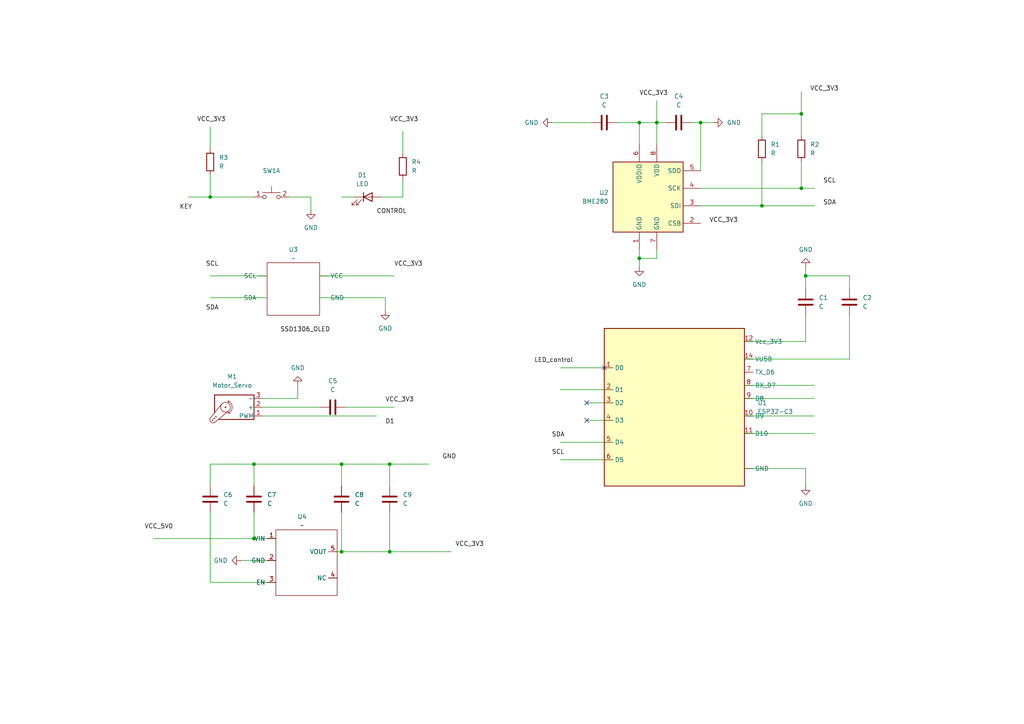
<source format=kicad_sch>
(kicad_sch (version 20231120) (generator "eeschema") (generator_version "8.0")
  (paper "A4")
  (lib_symbols
    (symbol "Device:3V3_battery"
      (property "Reference" "U" (at 0 0 0))
      (symbol "3V3_battery_0_1"
        (rectangle (start -8.89 -8.89) (end 8.89 10.16))
      )
      (symbol "3V3_battery_1_1"
        (pin output line (at -8.89 7.62 180) (length 2.54) (name "VIN") (number "1"))
        (pin output line (at -8.89 1.27 180) (length 2.54) (name "GND") (number "2"))
        (pin output line (at -8.89 -5.08 180) (length 2.54) (name "EN") (number "3"))
        (pin output line (at 8.89 -3.81 180) (length 2.54) (name "NC") (number "4"))
        (pin output line (at 8.89 3.81 180) (length 2.54) (name "VOUT") (number "5"))
      )
    )
    (symbol "Device:C" (pin_numbers hide) (pin_names (offset 0.254))
      (property "Reference" "C" (at 0.635 2.54 0))
      (property "Value" "C" (at 0.635 -2.54 0))
      (symbol "C_0_1"
        (polyline (pts (xy -2.032 -0.762) (xy 2.032 -0.762)) (stroke (width 0.508)))
        (polyline (pts (xy -2.032 0.762) (xy 2.032 0.762)) (stroke (width 0.508)))
      )
      (symbol "C_1_1"
        (pin passive line (at 0 3.81 270) (length 2.794) (name "~") (number "1"))
        (pin passive line (at 0 -3.81 90) (length 2.794) (name "~") (number "2"))
      )
    )
    (symbol "Device:LED" (pin_numbers hide) (pin_names (offset 1.016) hide)
      (property "Reference" "D" (at 0 2.54 0))
      (property "Value" "LED" (at 0 -2.54 0))
      (symbol "LED_0_1"
        (polyline (pts (xy -1.27 -1.27) (xy -1.27 1.27)) (stroke (width 0.254)))
        (polyline (pts (xy -1.27 0) (xy 1.27 0)))
        (polyline (pts (xy 1.27 -1.27) (xy 1.27 1.27) (xy -1.27 0) (xy 1.27 -1.27)) (stroke (width 0.254)))
        (polyline (pts (xy -3.048 -0.762) (xy -4.572 -2.286) (xy -3.81 -2.286) (xy -4.572 -2.286) (xy -4.572 -1.524)))
        (polyline (pts (xy -1.778 -0.762) (xy -3.302 -2.286) (xy -2.54 -2.286) (xy -3.302 -2.286) (xy -3.302 -1.524)))
      )
      (symbol "LED_1_1"
        (pin passive line (at -3.81 0 0) (length 2.54) (name "K") (number "1"))
        (pin passive line (at 3.81 0 180) (length 2.54) (name "A") (number "2"))
      )
    )
    (symbol "Device:R" (pin_numbers hide) (pin_names (offset 0))
      (property "Reference" "R" (at 2.032 0 90))
      (property "Value" "R" (at 0 0 90))
      (symbol "R_0_1"
        (rectangle (start -1.016 -2.54) (end 1.016 2.54) (stroke (width 0.254)))
      )
      (symbol "R_1_1"
        (pin passive line (at 0 3.81 270) (length 1.27) (name "~") (number "1"))
        (pin passive line (at 0 -3.81 90) (length 1.27) (name "~") (number "2"))
      )
    )
    (symbol "Driver_Display:SSD1306"
      (property "Reference" "U" (at 0 0 0))
      (symbol "SSD1306_0_1"
        (rectangle (start -7.62 7.62) (end 7.62 -7.62))
      )
      (symbol "SSD1306_1_1"
        (pin output line (at 7.62 -2.54 0) (length 2.54) (name "GND") (number ""))
        (pin output line (at -7.62 3.81 180) (length 2.54) (name "SCL") (number ""))
        (pin output line (at -7.62 -2.54 180) (length 2.54) (name "SDA") (number ""))
        (pin input line (at 7.62 3.81 0) (length 2.54) (name "VCC") (number ""))
      )
    )
    (symbol "MCU_Espressif:ESP32-C3"
      (property "Reference" "U" (at -17.272 23.876 0))
      (property "Value" "ESP32-C3" (at 16.256 23.876 0))
      (symbol "ESP32-C3_1_1"
        (rectangle (start -20.32 21.59) (end 20.32 -24.13) (stroke (width 0.254)) (fill (type background)))
        (pin output line (at 20.32 -19.05 0) (length 2.54) (name "GND") (number ""))
        (pin input line (at -20.32 10.16 0) (length 2.54) (name "D0") (number "1"))
        (pin input line (at 20.32 -3.81 0) (length 2.54) (name "D9") (number "10"))
        (pin input line (at 20.32 -8.89 0) (length 2.54) (name "D10") (number "11"))
        (pin input line (at 20.32 17.78 0) (length 2.54) (name "Vcc_3V3") (number "12"))
        (pin input line (at 20.32 12.7 0) (length 2.54) (name "VU5B") (number "14"))
        (pin input line (at -20.32 3.81 0) (length 2.54) (name "D1") (number "2"))
        (pin input line (at -20.32 0 0) (length 2.54) (name "D2") (number "3"))
        (pin input line (at -20.32 -5.08 0) (length 2.54) (name "D3") (number "4"))
        (pin input line (at -20.32 -11.43 0) (length 2.54) (name "D4") (number "5"))
        (pin input line (at -20.32 -16.51 0) (length 2.54) (name "D5") (number "6"))
        (pin input line (at 20.32 8.89 0) (length 2.54) (name "TX_D6") (number "7"))
        (pin input line (at 20.32 5.08 0) (length 2.54) (name "RX_D7") (number "8"))
        (pin input line (at 20.32 1.27 0) (length 2.54) (name "D8") (number "9"))
      )
    )
    (symbol "Motor:Motor_Servo" (pin_names (offset 0.0254))
      (property "Reference" "M" (at -5.08 4.445 0))
      (property "Value" "Motor_Servo" (at -5.08 -4.064 0))
      (symbol "Motor_Servo_0_1"
        (polyline (pts (xy 2.413 -1.778) (xy 2.032 -1.778)))
        (polyline (pts (xy 2.413 -1.778) (xy 2.286 -1.397)))
        (polyline (pts (xy 2.413 1.778) (xy 1.905 1.778)))
        (polyline (pts (xy 2.413 1.778) (xy 2.286 1.397)))
        (polyline (pts (xy 6.35 4.445) (xy 2.54 1.27)))
        (polyline (pts (xy 7.62 3.175) (xy 4.191 -1.016)))
        (polyline (pts (xy 5.08 3.556) (xy -5.08 3.556) (xy -5.08 -3.556) (xy 6.35 -3.556) (xy 6.35 1.524)) (stroke (width 0.254)))
        (arc (start 2.413 1.778) (mid 1.2406 0) (end 2.413 -1.778))
        (circle (center 3.175 0) (radius 0.1778))
        (circle (center 3.175 0) (radius 1.4224))
        (circle (center 5.969 2.794) (radius 0.127))
        (circle (center 6.477 3.302) (radius 0.127))
        (circle (center 6.985 3.81) (radius 0.127))
        (arc (start 7.62 3.175) (mid 7.4485 4.2735) (end 6.35 4.445))
      )
      (symbol "Motor_Servo_1_1"
        (pin passive line (at -7.62 2.54 0) (length 2.54) (name "PWM") (number "1"))
        (pin passive line (at -7.62 0 0) (length 2.54) (name "+") (number "2"))
        (pin passive line (at -7.62 -2.54 0) (length 2.54) (name "-") (number "3"))
      )
    )
    (symbol "Sensor:BME280"
      (property "Reference" "U" (at -8.89 11.43 0))
      (property "Value" "BME280" (at 7.62 11.43 0))
      (symbol "BME280_0_1"
        (rectangle (start -10.16 10.16) (end 10.16 -10.16) (stroke (width 0.254)) (fill (type background)))
      )
      (symbol "BME280_1_1"
        (pin power_in line (at -2.54 -15.24 90) (length 5.08) (name "GND") (number "1"))
        (pin input line (at 15.24 -7.62 180) (length 5.08) (name "CSB") (number "2"))
        (pin bidirectional line (at 15.24 -2.54 180) (length 5.08) (name "SDI") (number "3"))
        (pin input line (at 15.24 2.54 180) (length 5.08) (name "SCK") (number "4"))
        (pin bidirectional line (at 15.24 7.62 180) (length 5.08) (name "SDO") (number "5"))
        (pin power_in line (at -2.54 15.24 270) (length 5.08) (name "VDDIO") (number "6"))
        (pin power_in line (at 2.54 -15.24 90) (length 5.08) (name "GND") (number "7"))
        (pin power_in line (at 2.54 15.24 270) (length 5.08) (name "VDD") (number "8"))
      )
    )
    (symbol "Switch:SW_Push_Dual_x2" (pin_names (offset 1.016) hide)
      (property "Reference" "SW" (at 1.27 2.54 0))
      (property "Value" "SW_Push_Dual_x2" (at 0 -1.524 0))
      (symbol "SW_Push_Dual_x2_0_1"
        (circle (center -2.032 0) (radius 0.508))
        (polyline (pts (xy 0 1.27) (xy 0 3.048)))
        (polyline (pts (xy 2.54 1.27) (xy -2.54 1.27)))
        (circle (center 2.032 0) (radius 0.508))
      )
      (symbol "SW_Push_Dual_x2_1_1"
        (pin passive line (at -5.08 0 0) (length 2.54) (name "C") (number "1"))
        (pin passive line (at 5.08 0 180) (length 2.54) (name "D") (number "2"))
      )
      (symbol "SW_Push_Dual_x2_2_1"
        (pin passive line (at -5.08 0 0) (length 2.54) (name "C") (number "3"))
        (pin passive line (at 5.08 0 180) (length 2.54) (name "D") (number "4"))
      )
    )
    (symbol "power:GND" (power) (pin_numbers hide) (pin_names (offset 0) hide)
      (property "Value" "GND" (at 0 -3.81 0))
      (symbol "GND_0_1"
        (polyline (pts (xy 0 0) (xy 0 -1.27) (xy 1.27 -1.27) (xy 0 -2.54) (xy -1.27 -1.27) (xy 0 -1.27)))
      )
      (symbol "GND_1_1"
        (pin power_in line (at 0 0 270) (length 0) (name "~") (number "1"))
      )
    )
  )
  (junction (at 73.66 156.21))
  (junction (at 232.41 54.61))
  (junction (at 220.98 59.69))
  (junction (at 73.66 134.62))
  (junction (at 190.5 35.56))
  (junction (at 60.96 57.15))
  (junction (at 113.03 160.02))
  (junction (at 185.42 74.93))
  (junction (at 99.06 134.62))
  (junction (at 232.41 33.02))
  (junction (at 99.06 160.02))
  (junction (at 203.2 35.56))
  (junction (at 185.42 35.56))
  (junction (at 113.03 134.62))
  (junction (at 233.68 80.01))
  (no_connect (at 170.18 121.92))
  (no_connect (at 175.26 106.68))
  (no_connect (at 170.18 116.84))
  (wire (pts (xy 60.96 36.83) (xy 60.96 43.18)))
  (wire (pts (xy 113.03 160.02) (xy 130.81 160.02)))
  (wire (pts (xy 233.68 91.44) (xy 233.68 99.06)))
  (wire (pts (xy 220.98 46.99) (xy 220.98 59.69)))
  (wire (pts (xy 232.41 33.02) (xy 232.41 39.37)))
  (wire (pts (xy 190.5 35.56) (xy 190.5 41.91)))
  (wire (pts (xy 220.98 59.69) (xy 236.22 59.69)))
  (wire (pts (xy 233.68 77.47) (xy 233.68 80.01)))
  (wire (pts (xy 90.17 57.15) (xy 90.17 60.96)))
  (wire (pts (xy 215.9 135.89) (xy 233.68 135.89)))
  (wire (pts (xy 73.66 134.62) (xy 99.06 134.62)))
  (wire (pts (xy 116.84 57.15) (xy 116.84 52.07)))
  (wire (pts (xy 190.5 35.56) (xy 193.04 35.56)))
  (wire (pts (xy 92.71 80.01) (xy 114.3 80.01)))
  (wire (pts (xy 76.2 118.11) (xy 92.71 118.11)))
  (wire (pts (xy 44.45 156.21) (xy 73.66 156.21)))
  (wire (pts (xy 160.02 35.56) (xy 171.45 35.56)))
  (wire (pts (xy 232.41 54.61) (xy 236.22 54.61)))
  (wire (pts (xy 203.2 49.53) (xy 203.2 35.56)))
  (wire (pts (xy 99.06 134.62) (xy 113.03 134.62)))
  (wire (pts (xy 97.79 160.02) (xy 99.06 160.02)))
  (wire (pts (xy 185.42 72.39) (xy 185.42 74.93)))
  (wire (pts (xy 170.18 116.84) (xy 175.26 116.84)))
  (wire (pts (xy 110.49 57.15) (xy 116.84 57.15)))
  (wire (pts (xy 162.56 128.27) (xy 175.26 128.27)))
  (wire (pts (xy 162.56 113.03) (xy 175.26 113.03)))
  (wire (pts (xy 190.5 72.39) (xy 190.5 74.93)))
  (wire (pts (xy 233.68 80.01) (xy 233.68 83.82)))
  (wire (pts (xy 92.71 86.36) (xy 111.76 86.36)))
  (wire (pts (xy 179.07 35.56) (xy 185.42 35.56)))
  (wire (pts (xy 190.5 74.93) (xy 185.42 74.93)))
  (wire (pts (xy 116.84 38.1) (xy 116.84 44.45)))
  (wire (pts (xy 185.42 35.56) (xy 190.5 35.56)))
  (wire (pts (xy 60.96 57.15) (xy 73.66 57.15)))
  (wire (pts (xy 246.38 83.82) (xy 246.38 80.01)))
  (wire (pts (xy 99.06 148.59) (xy 99.06 160.02)))
  (wire (pts (xy 73.66 134.62) (xy 73.66 140.97)))
  (wire (pts (xy 60.96 148.59) (xy 60.96 168.91)))
  (wire (pts (xy 113.03 134.62) (xy 124.46 134.62)))
  (wire (pts (xy 215.9 120.65) (xy 236.22 120.65)))
  (wire (pts (xy 190.5 29.21) (xy 190.5 35.56)))
  (wire (pts (xy 80.01 168.91) (xy 60.96 168.91)))
  (wire (pts (xy 162.56 133.35) (xy 175.26 133.35)))
  (wire (pts (xy 60.96 134.62) (xy 73.66 134.62)))
  (wire (pts (xy 162.56 106.68) (xy 175.26 106.68)))
  (wire (pts (xy 215.9 104.14) (xy 246.38 104.14)))
  (wire (pts (xy 100.33 118.11) (xy 114.3 118.11)))
  (wire (pts (xy 203.2 54.61) (xy 232.41 54.61)))
  (wire (pts (xy 232.41 46.99) (xy 232.41 54.61)))
  (wire (pts (xy 99.06 57.15) (xy 102.87 57.15)))
  (wire (pts (xy 246.38 80.01) (xy 233.68 80.01)))
  (wire (pts (xy 111.76 86.36) (xy 111.76 90.17)))
  (wire (pts (xy 200.66 35.56) (xy 203.2 35.56)))
  (wire (pts (xy 60.96 140.97) (xy 60.96 134.62)))
  (wire (pts (xy 76.2 115.57) (xy 86.36 115.57)))
  (wire (pts (xy 233.68 99.06) (xy 215.9 99.06)))
  (wire (pts (xy 232.41 26.67) (xy 232.41 33.02)))
  (wire (pts (xy 203.2 59.69) (xy 220.98 59.69)))
  (wire (pts (xy 170.18 121.92) (xy 175.26 121.92)))
  (wire (pts (xy 233.68 135.89) (xy 233.68 140.97)))
  (wire (pts (xy 203.2 35.56) (xy 207.01 35.56)))
  (wire (pts (xy 69.85 162.56) (xy 80.01 162.56)))
  (wire (pts (xy 113.03 148.59) (xy 113.03 160.02)))
  (wire (pts (xy 73.66 148.59) (xy 73.66 156.21)))
  (wire (pts (xy 113.03 134.62) (xy 113.03 140.97)))
  (wire (pts (xy 185.42 74.93) (xy 185.42 77.47)))
  (wire (pts (xy 215.9 115.57) (xy 236.22 115.57)))
  (wire (pts (xy 220.98 33.02) (xy 232.41 33.02)))
  (wire (pts (xy 60.96 80.01) (xy 77.47 80.01)))
  (wire (pts (xy 60.96 86.36) (xy 77.47 86.36)))
  (wire (pts (xy 60.96 50.8) (xy 60.96 57.15)))
  (wire (pts (xy 220.98 39.37) (xy 220.98 33.02)))
  (wire (pts (xy 99.06 160.02) (xy 113.03 160.02)))
  (wire (pts (xy 246.38 91.44) (xy 246.38 104.14)))
  (wire (pts (xy 73.66 156.21) (xy 80.01 156.21)))
  (wire (pts (xy 215.9 125.73) (xy 236.22 125.73)))
  (wire (pts (xy 76.2 120.65) (xy 109.22 120.65)))
  (wire (pts (xy 86.36 115.57) (xy 86.36 111.76)))
  (wire (pts (xy 83.82 57.15) (xy 90.17 57.15)))
  (wire (pts (xy 185.42 35.56) (xy 185.42 41.91)))
  (wire (pts (xy 54.61 57.15) (xy 60.96 57.15)))
  (wire (pts (xy 99.06 134.62) (xy 99.06 140.97)))
  (wire (pts (xy 215.9 111.76) (xy 236.22 111.76)))
  (label "KEY" (at 52.07 60.96 0))
  (label "VCC_3V3" (at 132.08 158.75 0))
  (label "SCL" (at 160.02 132.08 0))
  (label "VCC_5V0" (at 41.91 153.67 0))
  (label "VCC_3V3" (at 234.95 26.67 0))
  (label "VCC_3V3" (at 185.42 27.94 0))
  (label "GND" (at 128.27 133.35 0))
  (label "VCC_3V3" (at 114.3 77.47 0))
  (label "LED_control" (at 154.94 105.41 0))
  (label "D1" (at 111.76 123.19 0))
  (label "SDA" (at 238.76 59.69 0))
  (label "VCC_3V3" (at 113.03 35.56 0))
  (label "CONTROL" (at 109.22 62.23 0))
  (label "SDA" (at 59.69 90.17 0))
  (label "SSD1306_OLED" (at 81.28 96.52 0))
  (label "VCC_3V3" (at 205.74 64.77 0))
  (label "SDA" (at 160.02 127 0))
  (label "VCC_3V3" (at 57.15 35.56 0))
  (label "VCC_3V3" (at 111.76 116.84 0))
  (label "SCL" (at 59.69 77.47 0))
  (label "SCL" (at 238.76 53.34 0))
  (symbol (lib_id "Switch:SW_Push_Dual_x2") (at 78.74 57.15 0) (unit 1)
    (property "Reference" "SW1" (at 78.74 49.53 0))
    (property "Value" "SW_Push_Dual_x2" (effects (hide yes)))
    (property "Description" "Push button switch, generic, separate symbols, four pins" (effects (hide yes)))
  )
  (symbol (lib_id "power:GND") (at 233.68 140.97 0) (unit 1)
    (property "Reference" "#PWR01" (effects (hide yes)))
    (property "Value" "GND" (at 233.68 146.05 0))
    (property "Description" "Power symbol creates a global label with name \"GND\" , ground" (effects (hide yes)))
  )
  (symbol (lib_id "power:GND") (at 207.01 35.56 90) (unit 1)
    (property "Reference" "#PWR05" (effects (hide yes)))
    (property "Value" "GND" (at 210.82 35.5599 90) (effects (justify right)))
    (property "Description" "Power symbol creates a global label with name \"GND\" , ground" (effects (hide yes)))
  )
  (symbol (lib_id "power:GND") (at 233.68 77.47 180) (unit 1)
    (property "Reference" "#PWR02" (effects (hide yes)))
    (property "Value" "GND" (at 233.68 72.39 0))
    (property "Description" "Power symbol creates a global label with name \"GND\" , ground" (effects (hide yes)))
  )
  (symbol (lib_id "Sensor:BME280") (at 187.96 57.15 0) (unit 1)
    (property "Reference" "U2" (at 176.53 55.8799 0) (effects (justify right)))
    (property "Value" "BME280" (at 176.53 58.4199 0) (effects (justify right)))
    (property "Footprint" "Package_LGA:Bosch_LGA-8_2.5x2.5mm_P0.65mm_ClockwisePinNumbering" (effects (hide yes)))
    (property "Datasheet" "https://www.bosch-sensortec.com/media/boschsensortec/downloads/datasheets/bst-bme280-ds002.pdf" (effects (hide yes)))
    (property "Description" "3-in-1 sensor, humidity, pressure, temperature, I2C and SPI interface, 1.71-3.6V, LGA-8" (effects (hide yes)))
  )
  (symbol (lib_id "Device:C") (at 99.06 144.78 0) (unit 1)
    (property "Reference" "C8" (at 102.87 143.5099 0) (effects (justify left)))
    (property "Value" "C" (at 102.87 146.0499 0) (effects (justify left)))
    (property "Description" "Unpolarized capacitor" (effects (hide yes)))
  )
  (symbol (lib_id "Device:LED") (at 106.68 57.15 0) (unit 1)
    (property "Reference" "D1" (at 105.0925 50.8 0))
    (property "Value" "LED" (at 105.0925 53.34 0))
    (property "Description" "Light emitting diode" (effects (hide yes)))
  )
  (symbol (lib_id "Device:C") (at 73.66 144.78 0) (unit 1)
    (property "Reference" "C7" (at 77.47 143.5099 0) (effects (justify left)))
    (property "Value" "C" (at 77.47 146.0499 0) (effects (justify left)))
    (property "Description" "Unpolarized capacitor" (effects (hide yes)))
  )
  (symbol (lib_id "Device:R") (at 60.96 46.99 0) (unit 1)
    (property "Reference" "R3" (at 63.5 45.7199 0) (effects (justify left)))
    (property "Value" "R" (at 63.5 48.2599 0) (effects (justify left)))
    (property "Description" "Resistor" (effects (hide yes)))
  )
  (symbol (lib_id "MCU_Espressif:ESP32-C3") (at 195.58 116.84 0) (unit 1)
    (property "Reference" "U1" (at 219.71 116.8399 0) (effects (justify left)))
    (property "Value" "ESP32-C3" (at 219.71 119.3799 0) (effects (justify left)))
  )
  (symbol (lib_id "Device:3V3_battery") (at 88.9 163.83 0) (unit 1)
    (property "Reference" "U4" (at 87.63 149.86 0))
    (property "Value" "~" (at 87.63 152.4 0))
  )
  (symbol (lib_id "Device:C") (at 96.52 118.11 90) (unit 1)
    (property "Reference" "C5" (at 96.52 110.49 90))
    (property "Value" "C" (at 96.52 113.03 90))
    (property "Description" "Unpolarized capacitor" (effects (hide yes)))
  )
  (symbol (lib_id "power:GND") (at 185.42 77.47 0) (unit 1)
    (property "Reference" "#PWR03" (effects (hide yes)))
    (property "Value" "GND" (at 185.42 82.55 0))
    (property "Description" "Power symbol creates a global label with name \"GND\" , ground" (effects (hide yes)))
  )
  (symbol (lib_id "Device:C") (at 113.03 144.78 0) (unit 1)
    (property "Reference" "C9" (at 116.84 143.5099 0) (effects (justify left)))
    (property "Value" "C" (at 116.84 146.0499 0) (effects (justify left)))
    (property "Description" "Unpolarized capacitor" (effects (hide yes)))
  )
  (symbol (lib_id "Driver_Display:SSD1306") (at 85.09 83.82 0) (unit 1)
    (property "Reference" "U3" (at 85.09 72.39 0))
    (property "Value" "~" (at 85.09 74.93 0))
  )
  (symbol (lib_id "Device:R") (at 116.84 48.26 0) (unit 1)
    (property "Reference" "R4" (at 119.38 46.9899 0) (effects (justify left)))
    (property "Value" "R" (at 119.38 49.5299 0) (effects (justify left)))
    (property "Description" "Resistor" (effects (hide yes)))
  )
  (symbol (lib_id "Device:C") (at 246.38 87.63 0) (unit 1)
    (property "Reference" "C2" (at 250.19 86.3599 0) (effects (justify left)))
    (property "Value" "C" (at 250.19 88.8999 0) (effects (justify left)))
    (property "Description" "Unpolarized capacitor" (effects (hide yes)))
  )
  (symbol (lib_id "Device:C") (at 175.26 35.56 90) (unit 1)
    (property "Reference" "C3" (at 175.26 27.94 90))
    (property "Value" "C" (at 175.26 30.48 90))
    (property "Description" "Unpolarized capacitor" (effects (hide yes)))
  )
  (symbol (lib_id "power:GND") (at 69.85 162.56 270) (unit 1)
    (property "Reference" "#PWR09" (effects (hide yes)))
    (property "Value" "GND" (at 66.04 162.5599 90) (effects (justify right)))
    (property "Description" "Power symbol creates a global label with name \"GND\" , ground" (effects (hide yes)))
  )
  (symbol (lib_id "Device:C") (at 196.85 35.56 90) (unit 1)
    (property "Reference" "C4" (at 196.85 27.94 90))
    (property "Value" "C" (at 196.85 30.48 90))
    (property "Description" "Unpolarized capacitor" (effects (hide yes)))
  )
  (symbol (lib_id "Device:R") (at 220.98 43.18 0) (unit 1)
    (property "Reference" "R1" (at 223.52 41.9099 0) (effects (justify left)))
    (property "Value" "R" (at 223.52 44.4499 0) (effects (justify left)))
    (property "Description" "Resistor" (effects (hide yes)))
  )
  (symbol (lib_id "Motor:Motor_Servo") (at 68.58 118.11 180) (unit 1)
    (property "Reference" "M1" (at 67.3211 109.22 0))
    (property "Value" "Motor_Servo" (at 67.3211 111.76 0))
    (property "Datasheet" "http://forums.parallax.com/uploads/attachments/46831/74481.png" (effects (hide yes)))
    (property "Description" "Servo Motor (Futaba, HiTec, JR connector)" (effects (hide yes)))
  )
  (symbol (lib_id "power:GND") (at 86.36 111.76 180) (unit 1)
    (property "Reference" "#PWR08" (effects (hide yes)))
    (property "Value" "GND" (at 86.36 106.68 0))
    (property "Description" "Power symbol creates a global label with name \"GND\" , ground" (effects (hide yes)))
  )
  (symbol (lib_id "Device:C") (at 233.68 87.63 0) (unit 1)
    (property "Reference" "C1" (at 237.49 86.3599 0) (effects (justify left)))
    (property "Value" "C" (at 237.49 88.8999 0) (effects (justify left)))
    (property "Description" "Unpolarized capacitor" (effects (hide yes)))
  )
  (symbol (lib_id "power:GND") (at 90.17 60.96 0) (unit 1)
    (property "Reference" "#PWR06" (effects (hide yes)))
    (property "Value" "GND" (at 90.17 66.04 0))
    (property "Description" "Power symbol creates a global label with name \"GND\" , ground" (effects (hide yes)))
  )
  (symbol (lib_id "Device:C") (at 60.96 144.78 0) (unit 1)
    (property "Reference" "C6" (at 64.77 143.5099 0) (effects (justify left)))
    (property "Value" "C" (at 64.77 146.0499 0) (effects (justify left)))
    (property "Description" "Unpolarized capacitor" (effects (hide yes)))
  )
  (symbol (lib_id "Device:R") (at 232.41 43.18 0) (unit 1)
    (property "Reference" "R2" (at 234.95 41.9099 0) (effects (justify left)))
    (property "Value" "R" (at 234.95 44.4499 0) (effects (justify left)))
    (property "Description" "Resistor" (effects (hide yes)))
  )
  (symbol (lib_id "power:GND") (at 111.76 90.17 0) (unit 1)
    (property "Reference" "#PWR07" (effects (hide yes)))
    (property "Value" "GND" (at 111.76 95.25 0))
    (property "Description" "Power symbol creates a global label with name \"GND\" , ground" (effects (hide yes)))
  )
  (symbol (lib_id "power:GND") (at 160.02 35.56 270) (unit 1)
    (property "Reference" "#PWR04" (effects (hide yes)))
    (property "Value" "GND" (at 156.21 35.5599 90) (effects (justify right)))
    (property "Description" "Power symbol creates a global label with name \"GND\" , ground" (effects (hide yes)))
  )
)
</source>
